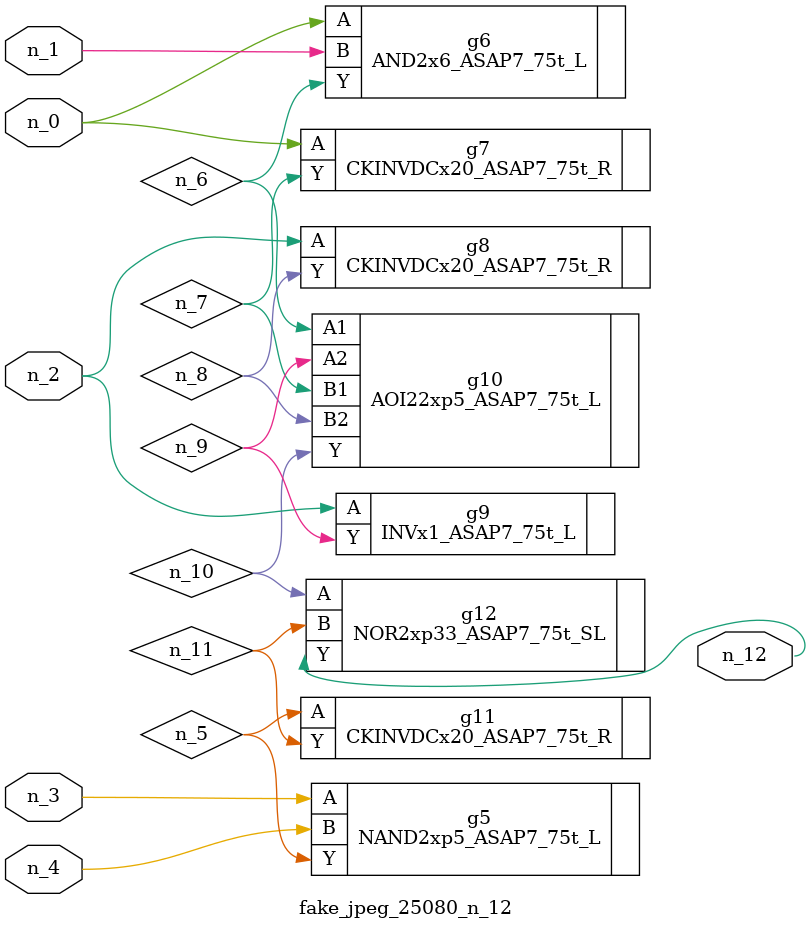
<source format=v>
module fake_jpeg_25080_n_12 (n_3, n_2, n_1, n_0, n_4, n_12);

input n_3;
input n_2;
input n_1;
input n_0;
input n_4;

output n_12;

wire n_11;
wire n_10;
wire n_8;
wire n_9;
wire n_6;
wire n_5;
wire n_7;

NAND2xp5_ASAP7_75t_L g5 ( 
.A(n_3),
.B(n_4),
.Y(n_5)
);

AND2x6_ASAP7_75t_L g6 ( 
.A(n_0),
.B(n_1),
.Y(n_6)
);

CKINVDCx20_ASAP7_75t_R g7 ( 
.A(n_0),
.Y(n_7)
);

CKINVDCx20_ASAP7_75t_R g8 ( 
.A(n_2),
.Y(n_8)
);

INVx1_ASAP7_75t_L g9 ( 
.A(n_2),
.Y(n_9)
);

AOI22xp5_ASAP7_75t_L g10 ( 
.A1(n_6),
.A2(n_9),
.B1(n_7),
.B2(n_8),
.Y(n_10)
);

NOR2xp33_ASAP7_75t_SL g12 ( 
.A(n_10),
.B(n_11),
.Y(n_12)
);

CKINVDCx20_ASAP7_75t_R g11 ( 
.A(n_5),
.Y(n_11)
);


endmodule
</source>
